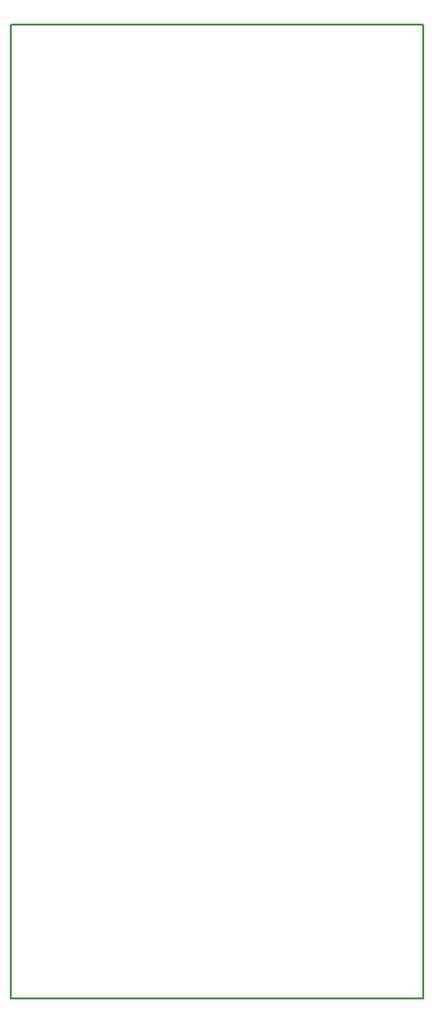
<source format=gbr>
G04 #@! TF.FileFunction,Profile,NP*
%FSLAX46Y46*%
G04 Gerber Fmt 4.6, Leading zero omitted, Abs format (unit mm)*
G04 Created by KiCad (PCBNEW (2014-12-16 BZR 5324)-product) date Sunday, July 05, 2015 'PMt' 10:48:33 PM*
%MOMM*%
G01*
G04 APERTURE LIST*
%ADD10C,0.127000*%
%ADD11C,0.150000*%
G04 APERTURE END LIST*
D10*
D11*
X35560000Y0D02*
X0Y0D01*
X35560000Y83820000D02*
X35560000Y0D01*
X0Y83820000D02*
X35560000Y83820000D01*
X0Y0D02*
X0Y83820000D01*
M02*

</source>
